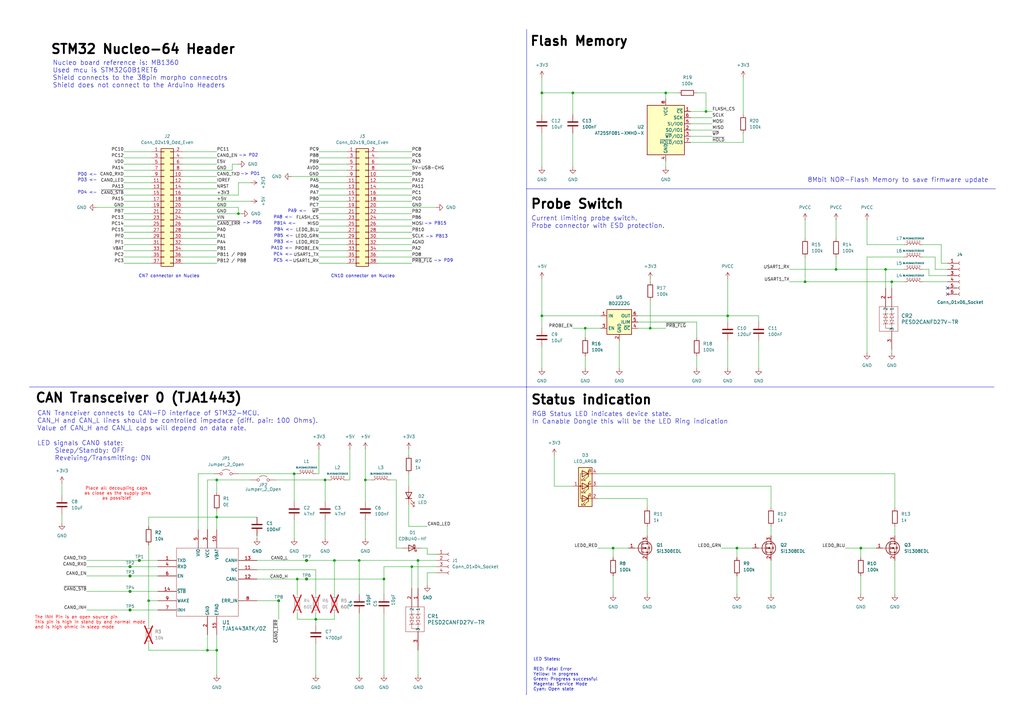
<source format=kicad_sch>
(kicad_sch (version 20231120) (generator "eeschema") (generator_version "8.0")
  (paper "A3")
  (title_block (title "CANShield") (date "2024-06-20") (rev "a") (comment 1 "MootSeeker 2024"))
  (junction (at 273.05 38.1))
  (junction (at 266.7 134.62))
  (junction (at 88.9 212.09))
  (junction (at 289.56 45.72))
  (junction (at 240.03 134.62))
  (junction (at 149.86 196.85))
  (junction (at 88.9 266.7))
  (junction (at 251.46 224.79))
  (junction (at 53.34 236.22))
  (junction (at 57.15 229.87))
  (junction (at 53.34 242.57))
  (junction (at 171.45 229.87))
  (junction (at 363.22 110.49))
  (junction (at 330.2 115.57))
  (junction (at 302.26 224.79))
  (junction (at 147.32 229.87))
  (junction (at 222.25 38.1))
  (junction (at 234.95 38.1))
  (junction (at 121.92 237.49))
  (junction (at 168.91 232.41))
  (junction (at 53.34 232.41))
  (junction (at 222.25 129.54))
  (junction (at 365.76 115.57))
  (junction (at 125.73 229.87))
  (junction (at 133.35 196.85))
  (junction (at 97.79 87.63))
  (junction (at 342.9 110.49))
  (junction (at 85.09 266.7))
  (junction (at 60.96 246.38))
  (junction (at 53.34 250.19))
  (junction (at 88.9 196.85))
  (junction (at 125.73 237.49))
  (junction (at 157.48 237.49))
  (junction (at 137.16 229.87))
  (junction (at 129.54 254))
  (junction (at 298.45 129.54))
  (junction (at 353.06 224.79))
  (junction (at 114.3 246.38))
  (junction (at 120.65 194.31))
  (no_connect (at 388.62 120.65))
  (no_connect (at 388.62 118.11))
  (wire (pts (xy 316.23 215.9) (xy 316.23 219.71)))
  (wire (pts (xy 266.7 134.62) (xy 273.05 134.62)))
  (wire (pts (xy 365.76 115.57) (xy 370.84 115.57)))
  (wire (pts (xy 353.06 243.84) (xy 353.06 236.22)))
  (wire (pts (xy 95.25 67.31) (xy 97.79 67.31)))
  (wire (pts (xy 234.95 134.62) (xy 240.03 134.62)))
  (wire (pts (xy 88.9 209.55) (xy 88.9 212.09)))
  (wire (pts (xy 57.15 229.87) (xy 64.77 229.87)))
  (wire (pts (xy 74.93 77.47) (xy 88.9 77.47)))
  (wire (pts (xy 381 110.49) (xy 378.46 110.49)))
  (wire (pts (xy 240.03 134.62) (xy 246.38 134.62)))
  (wire (pts (xy 50.8 64.77) (xy 62.23 64.77)))
  (wire (pts (xy 88.9 266.7) (xy 88.9 276.86)))
  (wire (pts (xy 265.43 215.9) (xy 265.43 219.71)))
  (wire (pts (xy 147.32 229.87) (xy 171.45 229.87)))
  (wire (pts (xy 50.8 107.95) (xy 62.23 107.95)))
  (wire (pts (xy 85.09 260.35) (xy 85.09 266.7)))
  (wire (pts (xy 283.21 50.8) (xy 292.1 50.8)))
  (wire (pts (xy 302.26 243.84) (xy 302.26 236.22)))
  (wire (pts (xy 81.28 194.31) (xy 87.63 194.31)))
  (wire (pts (xy 283.21 53.34) (xy 292.1 53.34)))
  (wire (pts (xy 298.45 139.7) (xy 298.45 151.13)))
  (wire (pts (xy 85.09 266.7) (xy 88.9 266.7)))
  (wire (pts (xy 50.8 74.93) (xy 62.23 74.93)))
  (wire (pts (xy 53.34 232.41) (xy 64.77 232.41)))
  (wire (pts (xy 222.25 129.54) (xy 222.25 134.62)))
  (wire (pts (xy 53.34 236.22) (xy 64.77 236.22)))
  (wire (pts (xy 50.8 87.63) (xy 62.23 87.63)))
  (wire (pts (xy 130.81 97.79) (xy 142.24 97.79)))
  (wire (pts (xy 265.43 243.84) (xy 265.43 229.87)))
  (wire (pts (xy 157.48 237.49) (xy 157.48 232.41)))
  (wire (pts (xy 154.94 95.25) (xy 168.91 95.25)))
  (wire (pts (xy 130.81 102.87) (xy 142.24 102.87)))
  (wire (pts (xy 316.23 199.39) (xy 316.23 208.28)))
  (polyline (pts (xy 215.9561 158.7162) (xy 215.9756 11.9879)))
  (wire (pts (xy 130.81 80.01) (xy 142.24 80.01)))
  (wire (pts (xy 222.25 31.75) (xy 222.25 38.1)))
  (wire (pts (xy 383.54 105.41) (xy 378.46 105.41)))
  (wire (pts (xy 168.91 232.41) (xy 179.07 232.41)))
  (polyline (pts (xy 215.9561 158.7162) (xy 407.7261 158.7162)))
  (wire (pts (xy 383.54 110.49) (xy 383.54 105.41)))
  (wire (pts (xy 311.15 129.54) (xy 298.45 129.54)))
  (wire (pts (xy 157.48 237.49) (xy 157.48 243.84)))
  (wire (pts (xy 353.06 224.79) (xy 353.06 228.6)))
  (wire (pts (xy 120.65 220.98) (xy 120.65 213.36)))
  (wire (pts (xy 355.6 105.41) (xy 370.84 105.41)))
  (wire (pts (xy 363.22 118.11) (xy 363.22 110.49)))
  (wire (pts (xy 74.93 72.39) (xy 88.9 72.39)))
  (wire (pts (xy 95.25 67.31) (xy 95.25 69.85)))
  (wire (pts (xy 130.81 67.31) (xy 142.24 67.31)))
  (polyline (pts (xy 408.1455 77.47) (xy 408.1455 77.5814)))
  (wire (pts (xy 261.62 129.54) (xy 298.45 129.54)))
  (wire (pts (xy 273.05 68.58) (xy 273.05 66.04)))
  (wire (pts (xy 342.9 105.41) (xy 342.9 110.49)))
  (wire (pts (xy 50.8 82.55) (xy 62.23 82.55)))
  (wire (pts (xy 130.81 92.71) (xy 142.24 92.71)))
  (wire (pts (xy 167.64 215.9) (xy 175.26 215.9)))
  (wire (pts (xy 171.45 241.3) (xy 171.45 229.87)))
  (wire (pts (xy 60.96 246.38) (xy 60.96 256.54)))
  (wire (pts (xy 85.09 217.17) (xy 85.09 196.85)))
  (wire (pts (xy 50.8 90.17) (xy 62.23 90.17)))
  (wire (pts (xy 121.92 237.49) (xy 121.92 243.84)))
  (wire (pts (xy 154.94 77.47) (xy 168.91 77.47)))
  (wire (pts (xy 367.03 243.84) (xy 367.03 229.87)))
  (wire (pts (xy 222.25 38.1) (xy 234.95 38.1)))
  (wire (pts (xy 97.79 74.93) (xy 102.87 74.93)))
  (polyline (pts (xy 215.9523 158.7182) (xy 215.9523 284.48)))
  (wire (pts (xy 74.93 95.25) (xy 88.9 95.25)))
  (wire (pts (xy 105.41 220.98) (xy 105.41 219.71)))
  (wire (pts (xy 130.81 87.63) (xy 142.24 87.63)))
  (wire (pts (xy 53.34 242.57) (xy 64.77 242.57)))
  (wire (pts (xy 266.7 123.19) (xy 266.7 134.62)))
  (wire (pts (xy 60.96 246.38) (xy 64.77 246.38)))
  (wire (pts (xy 74.93 62.23) (xy 88.9 62.23)))
  (wire (pts (xy 74.93 80.01) (xy 97.79 80.01)))
  (wire (pts (xy 311.15 139.7) (xy 311.15 151.13)))
  (wire (pts (xy 154.94 62.23) (xy 168.91 62.23)))
  (wire (pts (xy 154.94 102.87) (xy 168.91 102.87)))
  (wire (pts (xy 234.95 38.1) (xy 234.95 46.99)))
  (wire (pts (xy 342.9 90.17) (xy 342.9 97.79)))
  (wire (pts (xy 121.92 194.31) (xy 120.65 194.31)))
  (wire (pts (xy 154.94 97.79) (xy 168.91 97.79)))
  (wire (pts (xy 154.94 72.39) (xy 168.91 72.39)))
  (wire (pts (xy 74.93 92.71) (xy 88.9 92.71)))
  (wire (pts (xy 119.38 72.39) (xy 142.24 72.39)))
  (wire (pts (xy 50.8 95.25) (xy 62.23 95.25)))
  (polyline (pts (xy 215.9 284.48) (xy 215.9 284.9552)))
  (wire (pts (xy 113.03 196.85) (xy 133.35 196.85)))
  (wire (pts (xy 355.6 144.78) (xy 355.6 105.41)))
  (polyline (pts (xy 215.8895 284.9552) (xy 215.9 284.9552)))
  (wire (pts (xy 130.81 74.93) (xy 142.24 74.93)))
  (wire (pts (xy 121.92 251.46) (xy 121.92 254)))
  (wire (pts (xy 35.56 232.41) (xy 53.34 232.41)))
  (wire (pts (xy 154.94 100.33) (xy 168.91 100.33)))
  (wire (pts (xy 289.56 45.72) (xy 292.1 45.72)))
  (wire (pts (xy 222.25 54.61) (xy 222.25 68.58)))
  (wire (pts (xy 378.46 115.57) (xy 388.62 115.57)))
  (wire (pts (xy 50.8 105.41) (xy 62.23 105.41)))
  (wire (pts (xy 175.26 234.95) (xy 179.07 234.95)))
  (wire (pts (xy 330.2 90.17) (xy 330.2 97.79)))
  (wire (pts (xy 120.65 194.31) (xy 120.65 205.74)))
  (wire (pts (xy 121.92 237.49) (xy 125.73 237.49)))
  (wire (pts (xy 88.9 217.17) (xy 88.9 212.09)))
  (wire (pts (xy 154.94 107.95) (xy 168.91 107.95)))
  (wire (pts (xy 245.11 194.31) (xy 367.03 194.31)))
  (wire (pts (xy 130.81 77.47) (xy 142.24 77.47)))
  (wire (pts (xy 97.79 85.09) (xy 97.79 87.63)))
  (wire (pts (xy 157.48 232.41) (xy 168.91 232.41)))
  (wire (pts (xy 154.94 67.31) (xy 168.91 67.31)))
  (wire (pts (xy 88.9 196.85) (xy 88.9 201.93)))
  (wire (pts (xy 149.86 220.98) (xy 149.86 213.36)))
  (wire (pts (xy 130.81 85.09) (xy 142.24 85.09)))
  (wire (pts (xy 261.62 132.08) (xy 285.75 132.08)))
  (wire (pts (xy 234.95 38.1) (xy 273.05 38.1)))
  (wire (pts (xy 60.96 264.16) (xy 60.96 266.7)))
  (wire (pts (xy 130.81 105.41) (xy 142.24 105.41)))
  (wire (pts (xy 162.56 196.85) (xy 160.02 196.85)))
  (wire (pts (xy 168.91 232.41) (xy 168.91 241.3)))
  (wire (pts (xy 50.8 62.23) (xy 62.23 62.23)))
  (wire (pts (xy 129.54 256.54) (xy 129.54 254)))
  (wire (pts (xy 154.94 74.93) (xy 168.91 74.93)))
  (wire (pts (xy 129.54 254) (xy 137.16 254)))
  (wire (pts (xy 175.26 234.95) (xy 175.26 240.03)))
  (wire (pts (xy 289.56 38.1) (xy 289.56 45.72)))
  (wire (pts (xy 130.81 69.85) (xy 142.24 69.85)))
  (wire (pts (xy 386.08 100.33) (xy 378.46 100.33)))
  (wire (pts (xy 273.05 38.1) (xy 278.13 38.1)))
  (wire (pts (xy 298.45 114.3) (xy 298.45 129.54)))
  (wire (pts (xy 74.93 87.63) (xy 97.79 87.63)))
  (wire (pts (xy 311.15 132.08) (xy 311.15 129.54)))
  (wire (pts (xy 50.8 102.87) (xy 62.23 102.87)))
  (wire (pts (xy 346.71 224.79) (xy 353.06 224.79)))
  (wire (pts (xy 39.37 85.09) (xy 62.23 85.09)))
  (wire (pts (xy 50.8 77.47) (xy 62.23 77.47)))
  (wire (pts (xy 114.3 246.38) (xy 114.3 254)))
  (wire (pts (xy 35.56 236.22) (xy 53.34 236.22)))
  (wire (pts (xy 365.76 144.78) (xy 365.76 143.51)))
  (wire (pts (xy 171.45 229.87) (xy 179.07 229.87)))
  (wire (pts (xy 50.8 72.39) (xy 62.23 72.39)))
  (wire (pts (xy 175.26 227.33) (xy 179.07 227.33)))
  (wire (pts (xy 240.03 151.13) (xy 240.03 146.05)))
  (wire (pts (xy 60.96 212.09) (xy 88.9 212.09)))
  (wire (pts (xy 222.25 38.1) (xy 222.25 46.99)))
  (polyline (pts (xy 12.0397 158.7182) (xy 215.9523 158.7182)))
  (polyline (pts (xy 215.9 77.47) (xy 408.1455 77.47)))
  (wire (pts (xy 50.8 97.79) (xy 62.23 97.79)))
  (wire (pts (xy 283.21 58.42) (xy 304.8 58.42)))
  (wire (pts (xy 88.9 212.09) (xy 105.41 212.09)))
  (wire (pts (xy 283.21 48.26) (xy 292.1 48.26)))
  (wire (pts (xy 60.96 215.9) (xy 60.96 212.09)))
  (wire (pts (xy 273.05 38.1) (xy 273.05 40.64)))
  (wire (pts (xy 388.62 110.49) (xy 383.54 110.49)))
  (wire (pts (xy 147.32 229.87) (xy 147.32 243.84)))
  (wire (pts (xy 88.9 260.35) (xy 88.9 266.7)))
  (wire (pts (xy 388.62 113.03) (xy 381 113.03)))
  (wire (pts (xy 342.9 110.49) (xy 363.22 110.49)))
  (wire (pts (xy 154.94 80.01) (xy 168.91 80.01)))
  (wire (pts (xy 74.93 107.95) (xy 88.9 107.95)))
  (wire (pts (xy 97.79 87.63) (xy 99.06 87.63)))
  (wire (pts (xy 74.93 82.55) (xy 102.87 82.55)))
  (wire (pts (xy 367.03 194.31) (xy 367.03 208.28)))
  (wire (pts (xy 222.25 114.3) (xy 222.25 129.54)))
  (wire (pts (xy 154.94 85.09) (xy 179.07 85.09)))
  (wire (pts (xy 245.11 204.47) (xy 265.43 204.47)))
  (wire (pts (xy 97.79 74.93) (xy 97.79 80.01)))
  (wire (pts (xy 162.56 224.79) (xy 162.56 196.85)))
  (wire (pts (xy 222.25 151.13) (xy 222.25 142.24)))
  (wire (pts (xy 227.33 186.69) (xy 227.33 199.39)))
  (wire (pts (xy 53.34 250.19) (xy 64.77 250.19)))
  (wire (pts (xy 35.56 250.19) (xy 53.34 250.19)))
  (wire (pts (xy 97.79 194.31) (xy 120.65 194.31)))
  (wire (pts (xy 74.93 105.41) (xy 88.9 105.41)))
  (wire (pts (xy 388.62 107.95) (xy 386.08 107.95)))
  (wire (pts (xy 302.26 224.79) (xy 302.26 228.6)))
  (wire (pts (xy 316.23 243.84) (xy 316.23 229.87)))
  (wire (pts (xy 234.95 199.39) (xy 227.33 199.39)))
  (wire (pts (xy 175.26 224.79) (xy 175.26 227.33)))
  (wire (pts (xy 105.41 229.87) (xy 125.73 229.87)))
  (wire (pts (xy 167.64 207.01) (xy 167.64 215.9)))
  (wire (pts (xy 130.81 194.31) (xy 129.54 194.31)))
  (wire (pts (xy 302.26 224.79) (xy 308.61 224.79)))
  (wire (pts (xy 143.51 184.15) (xy 143.51 196.85)))
  (wire (pts (xy 147.32 251.46) (xy 147.32 276.86)))
  (wire (pts (xy 304.8 31.75) (xy 304.8 46.99)))
  (wire (pts (xy 105.41 237.49) (xy 121.92 237.49)))
  (wire (pts (xy 245.11 224.79) (xy 251.46 224.79)))
  (wire (pts (xy 381 113.03) (xy 381 110.49)))
  (wire (pts (xy 74.93 97.79) (xy 88.9 97.79)))
  (wire (pts (xy 261.62 134.62) (xy 266.7 134.62)))
  (wire (pts (xy 149.86 184.15) (xy 149.86 196.85)))
  (wire (pts (xy 295.91 224.79) (xy 302.26 224.79)))
  (wire (pts (xy 137.16 251.46) (xy 137.16 254)))
  (wire (pts (xy 285.75 38.1) (xy 289.56 38.1)))
  (wire (pts (xy 74.93 102.87) (xy 88.9 102.87)))
  (wire (pts (xy 74.93 67.31) (xy 88.9 67.31)))
  (wire (pts (xy 134.62 196.85) (xy 133.35 196.85)))
  (wire (pts (xy 105.41 233.68) (xy 129.54 233.68)))
  (wire (pts (xy 154.94 64.77) (xy 168.91 64.77)))
  (wire (pts (xy 35.56 229.87) (xy 57.15 229.87)))
  (wire (pts (xy 171.45 266.7) (xy 171.45 276.86)))
  (wire (pts (xy 222.25 129.54) (xy 246.38 129.54)))
  (wire (pts (xy 50.8 100.33) (xy 62.23 100.33)))
  (wire (pts (xy 130.81 184.15) (xy 130.81 194.31)))
  (wire (pts (xy 154.94 87.63) (xy 168.91 87.63)))
  (wire (pts (xy 137.16 229.87) (xy 137.16 243.84)))
  (wire (pts (xy 265.43 204.47) (xy 265.43 208.28)))
  (wire (pts (xy 60.96 223.52) (xy 60.96 246.38)))
  (wire (pts (xy 266.7 114.3) (xy 266.7 115.57)))
  (wire (pts (xy 25.4 214.63) (xy 25.4 210.82)))
  (wire (pts (xy 355.6 90.17) (xy 355.6 100.33)))
  (wire (pts (xy 365.76 118.11) (xy 365.76 115.57)))
  (wire (pts (xy 137.16 229.87) (xy 147.32 229.87)))
  (wire (pts (xy 149.86 196.85) (xy 152.4 196.85)))
  (wire (pts (xy 149.86 196.85) (xy 149.86 205.74)))
  (wire (pts (xy 130.81 107.95) (xy 142.24 107.95)))
  (wire (pts (xy 81.28 217.17) (xy 81.28 194.31)))
  (wire (pts (xy 121.92 254) (xy 129.54 254)))
  (wire (pts (xy 130.81 64.77) (xy 142.24 64.77)))
  (wire (pts (xy 130.81 100.33) (xy 142.24 100.33)))
  (wire (pts (xy 251.46 224.79) (xy 257.81 224.79)))
  (wire (pts (xy 154.94 105.41) (xy 168.91 105.41)))
  (wire (pts (xy 74.93 85.09) (xy 97.79 85.09)))
  (wire (pts (xy 74.93 100.33) (xy 88.9 100.33)))
  (wire (pts (xy 283.21 45.72) (xy 289.56 45.72)))
  (wire (pts (xy 130.81 95.25) (xy 142.24 95.25)))
  (wire (pts (xy 74.93 74.93) (xy 88.9 74.93)))
  (wire (pts (xy 154.94 92.71) (xy 168.91 92.71)))
  (wire (pts (xy 60.96 266.7) (xy 85.09 266.7)))
  (wire (pts (xy 285.75 151.13) (xy 285.75 146.05)))
  (wire (pts (xy 125.73 229.87) (xy 137.16 229.87)))
  (wire (pts (xy 143.51 196.85) (xy 142.24 196.85)))
  (wire (pts (xy 133.35 196.85) (xy 133.35 205.74)))
  (wire (pts (xy 130.81 82.55) (xy 142.24 82.55)))
  (wire (pts (xy 133.35 220.98) (xy 133.35 213.36)))
  (wire (pts (xy 323.85 115.57) (xy 330.2 115.57)))
  (wire (pts (xy 129.54 264.16) (xy 129.54 276.86)))
  (wire (pts (xy 50.8 67.31) (xy 62.23 67.31)))
  (wire (pts (xy 251.46 243.84) (xy 251.46 236.22)))
  (wire (pts (xy 74.93 69.85) (xy 95.25 69.85)))
  (wire (pts (xy 50.8 80.01) (xy 62.23 80.01)))
  (wire (pts (xy 105.41 246.38) (xy 114.3 246.38)))
  (wire (pts (xy 298.45 129.54) (xy 298.45 132.08)))
  (wire (pts (xy 167.64 184.15) (xy 167.64 186.69)))
  (wire (pts (xy 154.94 82.55) (xy 168.91 82.55)))
  (wire (pts (xy 165.1 224.79) (xy 162.56 224.79)))
  (wire (pts (xy 74.93 64.77) (xy 88.9 64.77)))
  (wire (pts (xy 50.8 92.71) (xy 62.23 92.71)))
  (wire (pts (xy 157.48 251.46) (xy 157.48 276.86)))
  (wire (pts (xy 330.2 105.41) (xy 330.2 115.57)))
  (wire (pts (xy 50.8 69.85) (xy 62.23 69.85)))
  (wire (pts (xy 167.64 194.31) (xy 167.64 199.39)))
  (wire (pts (xy 367.03 215.9) (xy 367.03 219.71)))
  (wire (pts (xy 386.08 107.95) (xy 386.08 100.33)))
  (wire (pts (xy 363.22 110.49) (xy 370.84 110.49)))
  (wire (pts (xy 125.73 237.49) (xy 157.48 237.49)))
  (wire (pts (xy 323.85 110.49) (xy 342.9 110.49)))
  (wire (pts (xy 254 151.13) (xy 254 139.7)))
  (wire (pts (xy 285.75 132.08) (xy 285.75 138.43)))
  (wire (pts (xy 245.11 199.39) (xy 316.23 199.39)))
  (wire (pts (xy 35.56 242.57) (xy 53.34 242.57)))
  (wire (pts (xy 129.54 243.84) (xy 129.54 233.68)))
  (wire (pts (xy 304.8 54.61) (xy 304.8 58.42)))
  (wire (pts (xy 88.9 196.85) (xy 102.87 196.85)))
  (wire (pts (xy 130.81 90.17) (xy 142.24 90.17)))
  (wire (pts (xy 25.4 198.12) (xy 25.4 203.2)))
  (wire (pts (xy 353.06 224.79) (xy 359.41 224.79)))
  (wire (pts (xy 283.21 55.88) (xy 292.1 55.88)))
  (wire (pts (xy 330.2 115.57) (xy 365.76 115.57)))
  (wire (pts (xy 154.94 90.17) (xy 168.91 90.17)))
  (wire (pts (xy 172.72 224.79) (xy 175.26 224.79)))
  (wire (pts (xy 234.95 54.61) (xy 234.95 68.58)))
  (wire (pts (xy 85.09 196.85) (xy 88.9 196.85)))
  (wire (pts (xy 240.03 134.62) (xy 240.03 138.43)))
  (wire (pts (xy 129.54 254) (xy 129.54 251.46)))
  (wire (pts (xy 355.6 100.33) (xy 370.84 100.33)))
  (wire (pts (xy 74.93 90.17) (xy 88.9 90.17)))
  (wire (pts (xy 130.81 62.23) (xy 142.24 62.23)))
  (wire (pts (xy 251.46 224.79) (xy 251.46 228.6)))
  (wire (pts (xy 154.94 69.85) (xy 168.91 69.85)))
  (text "CAN Transceiver 0 (TJA1443)" (at 56.896 163.322 0) (effects (font (size 3.81 3.81) (thickness 0.762) (bold yes))))
  (text "CN7 connector on Nucleo" (at 69.342 113.284 0) (effects (font (size 1.27 1.27))))
  (text "PD4 <-" (at 35.814 78.994 0) (effects (font (size 1.27 1.27))))
  (text "RGB Status LED indicates device state. \nIn Canable Dongle this will be the LED Ring indication" (at 218.186 171.45 0) (effects (font (size 1.905 1.905)) (justify left)))
  (text "-> PD1" (at 102.616 71.374 0) (effects (font (size 1.27 1.27))))
  (text "PB5 <-" (at 116.332 96.774 0) (effects (font (size 1.27 1.27))))
  (text "PA9 <-" (at 121.92 86.614 0) (effects (font (size 1.27 1.27))))
  (text "PB4 <-" (at 116.332 94.234 0) (effects (font (size 1.27 1.27))))
  (text "The INH Pin is an open source pin\nThis pin is high in stand by and normal mode\nand is high ohmic in sleep mode" (at 14.224 255.27 0) (effects (font (size 1.27 1.27)) (justify left)))
  (text "PC5 <-" (at 116.078 106.934 0) (effects (font (size 1.27 1.27))))
  (text "STM32 Nucleo-64 Header\n" (at 58.674 20.32 0) (effects (font (size 3.81 3.81) (thickness 0.762) (bold yes))))
  (text "Nucleo board reference is: MB1360\nUsed mcu is STM32G0B1RET6\nShield connects to the 38pin morpho connecotrs \nShield does not connect to the Arduino Headers" (at 21.59 30.48 0) (effects (font (size 1.905 1.905)) (justify left)))
  (text "Place all decoupling caps \nas close as the supply pins\nas possible! " (at 48.26 202.438 0) (effects (font (size 1.27 1.27))))
  (text "Status indication" (at 242.57 164.084 0) (effects (font (size 3.81 3.81) (thickness 0.762) (bold yes))))
  (text "PB3 <-" (at 116.332 99.314 0) (effects (font (size 1.27 1.27))))
  (text "Probe Switch" (at 236.728 83.82 0) (effects (font (size 3.81 3.81) (thickness 0.762) (bold yes))))
  (text "CN10 connector on Nucleo" (at 148.844 113.284 0) (effects (font (size 1.27 1.27))))
  (text "PA8 <-" (at 116.078 89.154 0) (effects (font (size 1.27 1.27))))
  (text "-> PB15" (at 178.562 91.694 0) (effects (font (size 1.27 1.27))))
  (text "CAN Tranceiver connects to CAN-FD interface of STM32-MCU. \nCAN_H and CAN_L lines should be controlled impedace (diff. pair: 100 Ohms).\nValue of CAN_H and CAN_L caps will depend on data rate.\n\nLED signals CAN0 state: \n	Sleep/Standby: OFF\n	Reveiving/Transmitting: ON " (at 15.24 178.816 0) (effects (font (size 1.905 1.905)) (justify left)))
  (text "-> PD9" (at 181.864 106.934 0) (effects (font (size 1.27 1.27))))
  (text "-> PD5" (at 103.378 91.44 0) (effects (font (size 1.27 1.27))))
  (text "8Mbit NOR-Flash Memory to save firmware update\n\n" (at 331.216 75.438 0) (effects (font (size 1.905 1.905)) (justify left)))
  (text "Current limiting probe switch.\nProbe connector with ESD protection." (at 217.932 91.186 0) (effects (font (size 1.905 1.905)) (justify left)))
  (text "PD0 <-" (at 35.814 71.628 0) (effects (font (size 1.27 1.27))))
  (text "PB14 <-" (at 116.84 91.694 0) (effects (font (size 1.27 1.27))))
  (text "-> PB13" (at 179.07 97.028 0) (effects (font (size 1.27 1.27))))
  (text "PC4 <-" (at 116.078 104.394 0) (effects (font (size 1.27 1.27))))
  (text "Flash Memory" (at 237.49 17.018 0) (effects (font (size 3.81 3.81) (thickness 0.762) (bold yes))))
  (text "LED States: \n\nRED: Fatal Error\nYellow: In progress\nGreen: Progress successful\nMagenta: Service Mode\nCyan: Open state\n " (at 218.694 277.622 0) (effects (font (size 1.27 1.27)) (justify left)))
  (text "-> PD2" (at 101.854 63.754 0) (effects (font (size 1.27 1.27))))
  (text "PD3 <-" (at 35.814 73.914 0) (effects (font (size 1.27 1.27))))
  (text "PA10 <-" (at 115.57 101.854 0) (effects (font (size 1.27 1.27))))
  (label "~{PRB_FLG}" (at 168.91 107.95 0))
  (label "PB9" (at 130.81 67.31 180))
  (label "~{PRB_FLG}" (at 273.05 134.62 0))
  (label "GND" (at 88.9 69.85 0))
  (label "USART1_RX" (at 323.85 110.49 180))
  (label "~{CAN0_STB}" (at 50.8 80.01 180))
  (label "CAN0_L" (at 118.11 229.87 180))
  (label "PB7" (at 50.8 87.63 180))
  (label "PROBE_EN" (at 234.95 134.62 180))
  (label "GND" (at 50.8 85.09 180))
  (label "PA6" (at 130.81 77.47 180))
  (label "PA11" (at 168.91 77.47 0))
  (label "PC8" (at 168.91 62.23 0))
  (label "CAN0_EN" (at 88.9 64.77 0))
  (label "PC9" (at 130.81 62.23 180))
  (label "PC1" (at 168.91 80.01 0))
  (label "PC2" (at 50.8 105.41 180))
  (label "GND" (at 130.81 72.39 180))
  (label "CAN0_TXD" (at 88.9 72.39 0))
  (label "PC3" (at 50.8 107.95 180))
  (label "~{CAN0_ERR}" (at 114.3 254 270))
  (label "USART1_TX" (at 130.81 105.41 180))
  (label "PC7" (at 130.81 85.09 180))
  (label "PA7" (at 130.81 80.01 180))
  (label "MOSI" (at 168.91 92.71 0))
  (label "PC10" (at 50.8 62.23 180))
  (label "PC13" (at 50.8 90.17 180))
  (label "PD8" (at 168.91 105.41 0))
  (label "PB1" (at 88.9 102.87 0))
  (label "FLASH_CS" (at 130.81 90.17 180))
  (label "5V-USB-CHG" (at 168.91 69.85 0))
  (label "CAN0_INH" (at 35.56 250.19 180))
  (label "PA15" (at 50.8 82.55 180))
  (label "LED0_BLU" (at 130.81 95.25 180))
  (label "PB11 {slash} PB9" (at 88.9 105.41 0))
  (label "GND" (at 88.9 85.09 0))
  (label "PA12" (at 168.91 74.93 0))
  (label "AGND" (at 168.91 100.33 0))
  (label "MISO" (at 130.81 92.71 180))
  (label "CAN0_EN" (at 35.56 236.22 180))
  (label "~{CAN0_STB}" (at 35.56 242.57 180))
  (label "PB6" (at 168.91 90.17 0))
  (label "PC12" (at 50.8 64.77 180))
  (label "PD6" (at 168.91 72.39 0))
  (label "PA4" (at 88.9 100.33 0))
  (label "MOSI" (at 292.1 50.8 0))
  (label "CAN0_RXD" (at 50.8 72.39 180))
  (label "PB10" (at 168.91 95.25 0))
  (label "PA13" (at 50.8 77.47 180))
  (label "PROBE_EN" (at 130.81 102.87 180))
  (label "~{WP}" (at 130.81 87.63 180))
  (label "+5V" (at 88.9 82.55 0))
  (label "CAN0_TXD" (at 35.56 229.87 180))
  (label "LED0_RED" (at 245.11 224.79 180))
  (label "PA0" (at 88.9 95.25 0))
  (label "PA2" (at 168.91 102.87 0))
  (label "PB8" (at 130.81 64.77 180))
  (label "IOREF" (at 88.9 74.93 0))
  (label "USART1_RX" (at 130.81 107.95 180))
  (label "GND" (at 88.9 87.63 0))
  (label "~{CAN0_ERR}" (at 88.9 92.71 0))
  (label "PC6" (at 168.91 64.77 0))
  (label "SCLK" (at 292.1 48.26 0))
  (label "PA3" (at 168.91 67.31 0))
  (label "CAN0_RXD" (at 35.56 232.41 180))
  (label "E5V" (at 88.9 67.31 0))
  (label "USART1_TX" (at 323.85 115.57 180))
  (label "FLASH_CS" (at 292.1 45.72 0))
  (label "~{HOLD}" (at 292.1 58.42 0))
  (label "PC11" (at 88.9 62.23 0))
  (label "PB0" (at 130.81 82.55 180))
  (label "LED0_RED" (at 130.81 100.33 180))
  (label "CAN0_LED" (at 50.8 74.93 180))
  (label "+3V3" (at 88.9 80.01 0))
  (label "CAN0_LED" (at 175.26 215.9 0))
  (label "PB12 {slash} PB8" (at 88.9 107.95 0))
  (label "AVDD" (at 130.81 69.85 180))
  (label "LED0_GRN" (at 130.81 97.79 180))
  (label "PC14" (at 50.8 92.71 180))
  (label "PF0" (at 50.8 97.79 180))
  (label "PB2" (at 168.91 87.63 0))
  (label "~{WP}" (at 292.1 55.88 0))
  (label "PF1" (at 50.8 100.33 180))
  (label "VDD" (at 50.8 67.31 180))
  (label "LED0_BLU" (at 346.71 224.79 180))
  (label "PA14" (at 50.8 69.85 180))
  (label "PC0" (at 168.91 82.55 0))
  (label "PA1" (at 88.9 97.79 0))
  (label "GND" (at 168.91 85.09 0))
  (label "NRST" (at 88.9 77.47 0))
  (label "CAN0_H" (at 118.11 237.49 180))
  (label "PC15" (at 50.8 95.25 180))
  (label "VBAT" (at 50.8 102.87 180))
  (label "SCLK" (at 168.91 97.79 0))
  (label "PA5" (at 130.81 74.93 180))
  (label "VIN" (at 88.9 90.17 0))
  (label "LED0_GRN" (at 295.91 224.79 180))
  (label "MISO" (at 292.1 53.34 0))
  (symbol (lib_id "TJA1443ATK:TJA1443ATK_0Z") (at 64.77 229.87 0) (unit 1)
    (property "Reference" "U1" (at 91.0941 255.27 0) (effects (font (size 1.524 1.524)) (justify left)))
    (property "Value" "TJA1443ATK/0Z" (at 91.0941 257.81 0) (effects (font (size 1.524 1.524)) (justify left)))
    (property "Footprint" "HVSON14_SOT1086-2_NXP" (effects (hide yes)))
    (property "Datasheet" "TJA1443ATK/0Z" (effects (hide yes)))
  )
  (symbol (lib_id "Device:C") (at 298.45 135.89 0) (unit 1)
    (property "Reference" "C10" (at 302.26 134.6199 0) (effects (justify left)))
    (property "Value" "120uF" (at 302.26 137.1599 0) (effects (justify left)))
    (property "Description" "Unpolarized capacitor" (effects (hide yes)))
  )
  (symbol (lib_id "Device:C") (at 25.4 207.01 0) (unit 1)
    (property "Reference" "C8" (at 29.21 205.7399 0) (effects (justify left)))
    (property "Value" "10uF" (at 29.21 208.2799 0) (effects (justify left)))
    (property "Description" "Unpolarized capacitor" (effects (hide yes)))
  )
  (symbol (lib_id "PESD2CANFD27V:PESD2CANFD27V-TR") (at 365.76 118.11 270) (unit 1)
    (property "Reference" "CR2" (at 369.57 129.5399 90) (effects (font (size 1.524 1.524)) (justify left)))
    (property "Value" "PESD2CANFD27V-TR" (at 369.57 132.0799 90) (effects (font (size 1.524 1.524)) (justify left)))
    (property "Footprint" "SOT23_PESD2_NEX" (effects (hide yes)))
    (property "Datasheet" "PESD2CANFD27V-TR" (effects (hide yes)))
  )
  (symbol (lib_id "power:GND") (at 105.41 220.98 0) (unit 1)
    (property "Reference" "#PWR04" (effects (hide yes)))
    (property "Value" "GND" (at 105.41 226.06 0))
    (property "Description" "Power symbol creates a global label with name \"GND\" , ground" (effects (hide yes)))
  )
  (symbol (lib_id "Connector:TestPoint_Small") (at 125.73 229.87 0) (unit 1)
    (property "Reference" "TP7" (at 123.952 228.346 0) (effects (justify left)))
    (property "Value" "TestPoint_Small" (effects (hide yes)))
    (property "Description" "test point" (effects (hide yes)))
  )
  (symbol (lib_id "Device:R") (at 342.9 101.6 0) (unit 1)
    (property "Reference" "R14" (at 345.44 100.3299 0) (effects (justify left)))
    (property "Value" "100k" (at 345.44 102.8699 0) (effects (justify left)))
    (property "Description" "Resistor" (effects (hide yes)))
  )
  (symbol (lib_id "power:+5V") (at 222.25 31.75 0) (unit 1)
    (property "Reference" "#PWR047" (effects (hide yes)))
    (property "Value" "+3V3" (at 222.25 26.67 0))
    (property "Description" "Power symbol creates a global label with name \"+5V\"" (effects (hide yes)))
  )
  (symbol (lib_id "Device:R") (at 251.46 232.41 0) (unit 1)
    (property "Reference" "R8" (at 254 231.1399 0) (effects (justify left)))
    (property "Value" "100k" (at 254 233.6799 0) (effects (justify left)))
    (property "Description" "Resistor" (effects (hide yes)))
  )
  (symbol (lib_id "power:GND") (at 251.46 243.84 0) (unit 1)
    (property "Reference" "#PWR017" (effects (hide yes)))
    (property "Value" "GND" (at 251.46 248.92 0))
    (property "Description" "Power symbol creates a global label with name \"GND\" , ground" (effects (hide yes)))
  )
  (symbol (lib_id "Device:C") (at 147.32 247.65 0) (unit 1)
    (property "Reference" "C4" (at 143.764 248.92 90) (effects (justify left)))
    (property "Value" "10pF" (at 151.13 248.412 90) (effects (justify left)))
    (property "Description" "Unpolarized capacitor" (effects (hide yes)))
  )
  (symbol (lib_id "Power_Management:BD2222G") (at 254 132.08 0) (unit 1)
    (property "Reference" "U5" (at 254 121.92 0))
    (property "Value" "BD2222G" (at 254 124.46 0))
    (property "Footprint" "Package_SO:TSOP-6_1.65x3.05mm_P0.95mm" (effects (hide yes)))
    (property "Datasheet" "https://fscdn.rohm.com/en/products/databook/datasheet/ic/power/power_switch/bd2242g-e.pdf" (effects (hide yes)))
    (property "Description" "Adjustable current limit high side switch IC, active-high enable, 2.8..5.5V, 0.2..1.7A, 89mOhm Ron, TSOP-6" (effects (hide yes)))
  )
  (symbol (lib_id "Device:R") (at 304.8 50.8 0) (unit 1)
    (property "Reference" "R20" (at 307.34 49.5299 0) (effects (justify left)))
    (property "Value" "100k" (at 307.34 52.0699 0) (effects (justify left)))
    (property "Description" "Resistor" (effects (hide yes)))
  )
  (symbol (lib_id "power:+5V") (at 102.87 82.55 270) (unit 1)
    (property "Reference" "#PWR039" (effects (hide yes)))
    (property "Value" "+5V" (at 107.95 82.55 0))
    (property "Description" "Power symbol creates a global label with name \"+5V\"" (effects (hide yes)))
  )
  (symbol (lib_id "Device:R") (at 240.03 142.24 0) (unit 1)
    (property "Reference" "R16" (at 242.57 140.9699 0) (effects (justify left)))
    (property "Value" "100k" (at 242.57 143.5099 0) (effects (justify left)))
    (property "Description" "Resistor" (effects (hide yes)))
  )
  (symbol (lib_id "power:GND") (at 298.45 151.13 0) (unit 1)
    (property "Reference" "#PWR029" (effects (hide yes)))
    (property "Value" "GND" (at 298.45 156.21 0))
    (property "Description" "Power symbol creates a global label with name \"GND\" , ground" (effects (hide yes)))
  )
  (symbol (lib_id "Device:C") (at 133.35 209.55 0) (unit 1)
    (property "Reference" "C3" (at 137.16 208.2799 0) (effects (justify left)))
    (property "Value" "47nF" (at 137.16 210.8199 0) (effects (justify left)))
    (property "Description" "Unpolarized capacitor" (effects (hide yes)))
  )
  (symbol (lib_id "Transistor_FET:Si1308EDL") (at 313.69 224.79 0) (unit 1)
    (property "Reference" "Q2" (at 320.04 223.5199 0) (effects (justify left)))
    (property "Value" "Si1308EDL" (at 320.04 226.0599 0) (effects (justify left)))
    (property "Footprint" "Package_TO_SOT_SMD:SOT-323_SC-70" (effects (hide yes)))
    (property "Datasheet" "https://www.vishay.com/docs/63399/si1308edl.pdf" (effects (hide yes)))
    (property "Description" "30V Vds, 1.4A Id, N-Channel MOSFET, SC-70" (effects (hide yes)))
  )
  (symbol (lib_id "power:GND") (at 353.06 243.84 0) (unit 1)
    (property "Reference" "#PWR022" (effects (hide yes)))
    (property "Value" "GND" (at 353.06 248.92 0))
    (property "Description" "Power symbol creates a global label with name \"GND\" , ground" (effects (hide yes)))
  )
  (symbol (lib_id "Device:R") (at 60.96 219.71 0) (unit 1)
    (property "Reference" "R2" (at 63.5 218.4399 0) (effects (justify left)))
    (property "Value" "10k" (at 63.5 220.9799 0) (effects (justify left)))
    (property "Description" "Resistor" (effects (hide yes)))
  )
  (symbol (lib_id "power:GND") (at 302.26 243.84 0) (unit 1)
    (property "Reference" "#PWR019" (effects (hide yes)))
    (property "Value" "GND" (at 302.26 248.92 0))
    (property "Description" "Power symbol creates a global label with name \"GND\" , ground" (effects (hide yes)))
  )
  (symbol (lib_id "power:+5V") (at 222.25 114.3 0) (unit 1)
    (property "Reference" "#PWR033" (effects (hide yes)))
    (property "Value" "+5V" (at 222.25 109.22 0))
    (property "Description" "Power symbol creates a global label with name \"+5V\"" (effects (hide yes)))
  )
  (symbol (lib_id "power:+5V") (at 130.81 184.15 0) (unit 1)
    (property "Reference" "#PWR03" (effects (hide yes)))
    (property "Value" "+3V3" (at 130.81 179.07 0))
    (property "Description" "Power symbol creates a global label with name \"+5V\"" (effects (hide yes)))
  )
  (symbol (lib_id "Connector:TestPoint_Small") (at 53.34 236.22 0) (unit 1)
    (property "Reference" "TP3" (at 51.562 234.696 0) (effects (justify left)))
    (property "Value" "TestPoint_Small" (effects (hide yes)))
    (property "Description" "test point" (effects (hide yes)))
  )
  (symbol (lib_id "Device:LED_ARGB") (at 240.03 199.39 180) (unit 1)
    (property "Reference" "D3" (at 240.03 186.69 0))
    (property "Value" "LED_ARGB" (at 240.03 189.23 0))
    (property "Description" "RGB LED, anode/red/green/blue" (effects (hide yes)))
  )
  (symbol (lib_id "power:GND") (at 240.03 151.13 0) (unit 1)
    (property "Reference" "#PWR034" (effects (hide yes)))
    (property "Value" "GND" (at 240.03 156.21 0))
    (property "Description" "Power symbol creates a global label with name \"GND\" , ground" (effects (hide yes)))
  )
  (symbol (lib_id "Device:C") (at 120.65 209.55 0) (unit 1)
    (property "Reference" "C2" (at 124.46 208.2799 0) (effects (justify left)))
    (property "Value" "47nF" (at 124.46 210.8199 0) (effects (justify left)))
    (property "Description" "Unpolarized capacitor" (effects (hide yes)))
  )
  (symbol (lib_id "Device:R") (at 137.16 247.65 0) (unit 1) (dnp yes)
    (property "Reference" "R5" (at 139.7 246.3799 0) (effects (justify left)))
    (property "Value" "60E" (at 139.7 248.9199 0) (effects (justify left)))
    (property "Description" "Resistor" (effects (hide yes)))
  )
  (symbol (lib_id "Device:L_Ferrite") (at 138.43 196.85 90) (unit 1)
    (property "Reference" "L2" (at 138.43 191.77 90))
    (property "Value" "BLM15AG121SN1D" (at 138.43 194.31 90) (effects (font (size 0.635 0.635))))
    (property "Description" "Inductor with ferrite core" (effects (hide yes)))
  )
  (symbol (lib_id "Device:L_Ferrite") (at 374.65 105.41 90) (unit 1)
    (property "Reference" "L6" (at 368.808 102.87 90))
    (property "Value" "BLM15AG121SN1D" (at 374.65 102.87 90) (effects (font (size 0.635 0.635))))
    (property "Description" "Inductor with ferrite core" (effects (hide yes)))
  )
  (symbol (lib_id "Connector:TestPoint_Small") (at 53.34 250.19 0) (unit 1)
    (property "Reference" "TP5" (at 51.562 248.666 0) (effects (justify left)))
    (property "Value" "TestPoint_Small" (effects (hide yes)))
    (property "Description" "test point" (effects (hide yes)))
  )
  (symbol (lib_id "power:GND") (at 39.37 85.09 270) (unit 1)
    (property "Reference" "#PWR042" (effects (hide yes)))
    (property "Value" "GND" (at 35.56 85.0899 90) (effects (justify right)))
    (property "Description" "Power symbol creates a global label with name \"GND\" , ground" (effects (hide yes)))
  )
  (symbol (lib_id "Connector:Conn_01x04_Socket") (at 184.15 229.87 0) (unit 1)
    (property "Reference" "J1" (at 185.42 229.8699 0) (effects (justify left)))
    (property "Value" "Conn_01x04_Socket" (at 185.42 232.4099 0) (effects (justify left)))
    (property "Description" "Generic connector, single row, 01x04, script generated" (effects (hide yes)))
  )
  (symbol (lib_id "power:+5V") (at 102.87 74.93 270) (unit 1)
    (property "Reference" "#PWR040" (effects (hide yes)))
    (property "Value" "+3V3" (at 107.95 74.93 0))
    (property "Description" "Power symbol creates a global label with name \"+5V\"" (effects (hide yes)))
  )
  (symbol (lib_id "power:GND") (at 222.25 151.13 0) (unit 1)
    (property "Reference" "#PWR031" (effects (hide yes)))
    (property "Value" "GND" (at 222.25 156.21 0))
    (property "Description" "Power symbol creates a global label with name \"GND\" , ground" (effects (hide yes)))
  )
  (symbol (lib_id "Memory_Flash:AT25SF081-XMHD-X") (at 273.05 53.34 0) (mirror y) (unit 1)
    (property "Reference" "U2" (at 264.16 52.0699 0) (effects (justify left)))
    (property "Value" "AT25SF081-XMHD-X" (at 264.16 54.6099 0) (effects (justify left)))
    (property "Footprint" "Package_SO:TSSOP-8_4.4x3mm_P0.65mm" (effects (hide yes)))
    (property "Datasheet" "https://www.adestotech.com/wp-content/uploads/DS-AT25SF081_045.pdf" (effects (hide yes)))
    (property "Description" "8-Mbit, 2.5V Minimum SPI Serial Flash Memory with Dual-I/O and Quad-I/O Support, TSSOP-8" (effects (hide yes)))
  )
  (symbol (lib_id "Device:R") (at 316.23 212.09 0) (unit 1)
    (property "Reference" "R12" (at 318.77 210.8199 0) (effects (justify left)))
    (property "Value" "1k" (at 318.77 213.3599 0) (effects (justify left)))
    (property "Description" "Resistor" (effects (hide yes)))
  )
  (symbol (lib_id "Device:R") (at 367.03 212.09 0) (unit 1)
    (property "Reference" "R13" (at 369.57 210.8199 0) (effects (justify left)))
    (property "Value" "1k" (at 369.57 213.3599 0) (effects (justify left)))
    (property "Description" "Resistor" (effects (hide yes)))
  )
  (symbol (lib_id "Device:C") (at 222.25 138.43 0) (unit 1)
    (property "Reference" "C9" (at 226.06 137.1599 0) (effects (justify left)))
    (property "Value" "10uF" (at 226.06 139.6999 0) (effects (justify left)))
    (property "Description" "Unpolarized capacitor" (effects (hide yes)))
  )
  (symbol (lib_id "Device:L_Ferrite") (at 374.65 100.33 90) (unit 1)
    (property "Reference" "L7" (at 368.808 97.79 90))
    (property "Value" "BLM15AG121SN1D" (at 374.65 97.79 90) (effects (font (size 0.635 0.635))))
    (property "Description" "Inductor with ferrite core" (effects (hide yes)))
  )
  (symbol (lib_id "Connector_Generic:Conn_02x19_Odd_Even") (at 147.32 85.09 0) (unit 1)
    (property "Reference" "J3" (at 148.59 55.88 0))
    (property "Value" "Conn_02x19_Odd_Even" (at 148.59 58.42 0))
    (property "Description" "Generic connector, double row, 02x19, odd/even pin numbering scheme (row 1 odd numbers, row 2 even numbers), script generated (kicad-library-utils/schlib/autogen/connector/)" (effects (hide yes)))
  )
  (symbol (lib_id "Device:C") (at 234.95 50.8 0) (unit 1)
    (property "Reference" "C13" (at 238.76 49.5299 0) (effects (justify left)))
    (property "Value" "100nF" (at 238.76 52.0699 0) (effects (justify left)))
    (property "Description" "Unpolarized capacitor" (effects (hide yes)))
  )
  (symbol (lib_id "power:GND") (at 273.05 68.58 0) (unit 1)
    (property "Reference" "#PWR048" (effects (hide yes)))
    (property "Value" "GND" (at 273.05 73.66 0))
    (property "Description" "Power symbol creates a global label with name \"GND\" , ground" (effects (hide yes)))
  )
  (symbol (lib_id "power:GND") (at 285.75 151.13 0) (unit 1)
    (property "Reference" "#PWR037" (effects (hide yes)))
    (property "Value" "GND" (at 285.75 156.21 0))
    (property "Description" "Power symbol creates a global label with name \"GND\" , ground" (effects (hide yes)))
  )
  (symbol (lib_id "Device:R") (at 285.75 142.24 0) (unit 1)
    (property "Reference" "R18" (at 288.29 140.9699 0) (effects (justify left)))
    (property "Value" "100k" (at 288.29 143.5099 0) (effects (justify left)))
    (property "Description" "Resistor" (effects (hide yes)))
  )
  (symbol (lib_id "power:+5V") (at 25.4 198.12 0) (unit 1)
    (property "Reference" "#PWR015" (effects (hide yes)))
    (property "Value" "+3V3" (at 25.4 193.04 0))
    (property "Description" "Power symbol creates a global label with name \"+5V\"" (effects (hide yes)))
  )
  (symbol (lib_id "power:GND") (at 265.43 243.84 0) (unit 1)
    (property "Reference" "#PWR018" (effects (hide yes)))
    (property "Value" "GND" (at 265.43 248.92 0))
    (property "Description" "Power symbol creates a global label with name \"GND\" , ground" (effects (hide yes)))
  )
  (symbol (lib_id "power:GND") (at 179.07 85.09 90) (unit 1)
    (property "Reference" "#PWR043" (effects (hide yes)))
    (property "Value" "GND" (at 182.88 85.0899 90) (effects (justify right)))
    (property "Description" "Power symbol creates a global label with name \"GND\" , ground" (effects (hide yes)))
  )
  (symbol (lib_id "Device:R") (at 60.96 260.35 0) (unit 1) (dnp yes)
    (property "Reference" "R3" (at 63.5 259.0799 0) (effects (justify left)))
    (property "Value" "10k" (at 63.5 261.6199 0) (effects (justify left)))
    (property "Description" "Resistor" (effects (hide yes)))
  )
  (symbol (lib_id "power:GND") (at 99.06 87.63 90) (unit 1)
    (property "Reference" "#PWR038" (effects (hide yes)))
    (property "Value" "GND" (at 102.87 87.6299 90) (effects (justify right)))
    (property "Description" "Power symbol creates a global label with name \"GND\" , ground" (effects (hide yes)))
  )
  (symbol (lib_id "Device:C") (at 105.41 215.9 0) (unit 1)
    (property "Reference" "C1" (at 109.22 214.6299 0) (effects (justify left)))
    (property "Value" "100nF" (at 109.22 217.1699 0) (effects (justify left)))
    (property "Description" "Unpolarized capacitor" (effects (hide yes)))
  )
  (symbol (lib_id "Device:R") (at 302.26 232.41 0) (unit 1)
    (property "Reference" "R9" (at 304.8 231.1399 0) (effects (justify left)))
    (property "Value" "100k" (at 304.8 233.6799 0) (effects (justify left)))
    (property "Description" "Resistor" (effects (hide yes)))
  )
  (symbol (lib_id "Device:C") (at 222.25 50.8 0) (unit 1)
    (property "Reference" "C12" (at 226.06 49.5299 0) (effects (justify left)))
    (property "Value" "10uF" (at 226.06 52.0699 0) (effects (justify left)))
    (property "Description" "Unpolarized capacitor" (effects (hide yes)))
  )
  (symbol (lib_id "power:GND") (at 234.95 68.58 0) (unit 1)
    (property "Reference" "#PWR046" (effects (hide yes)))
    (property "Value" "GND" (at 234.95 73.66 0))
    (property "Description" "Power symbol creates a global label with name \"GND\" , ground" (effects (hide yes)))
  )
  (symbol (lib_id "Device:LED") (at 167.64 203.2 90) (unit 1)
    (property "Reference" "D2" (at 171.45 203.5174 90) (effects (justify right)))
    (property "Value" "LED" (at 171.45 206.0574 90) (effects (justify right)))
    (property "Description" "Light emitting diode" (effects (hide yes)))
  )
  (symbol (lib_id "power:+5V") (at 330.2 90.17 0) (unit 1)
    (property "Reference" "#PWR024" (effects (hide yes)))
    (property "Value" "PVCC" (at 330.2 85.09 0))
    (property "Description" "Power symbol creates a global label with name \"+5V\"" (effects (hide yes)))
  )
  (symbol (lib_id "Connector:TestPoint_Small") (at 114.3 246.38 0) (unit 1)
    (property "Reference" "TP8" (at 112.522 244.856 0) (effects (justify left)))
    (property "Value" "TestPoint_Small" (effects (hide yes)))
    (property "Description" "test point" (effects (hide yes)))
  )
  (symbol (lib_id "Device:L_Ferrite") (at 156.21 196.85 90) (unit 1)
    (property "Reference" "L3" (at 156.21 191.77 90))
    (property "Value" "BLM15AG121SN1D" (at 156.21 194.31 90) (effects (font (size 0.635 0.635))))
    (property "Description" "Inductor with ferrite core" (effects (hide yes)))
  )
  (symbol (lib_id "power:GND") (at 97.79 67.31 90) (unit 1)
    (property "Reference" "#PWR041" (effects (hide yes)))
    (property "Value" "GND" (at 101.6 67.3099 90) (effects (justify right)))
    (property "Description" "Power symbol creates a global label with name \"GND\" , ground" (effects (hide yes)))
  )
  (symbol (lib_id "Connector:TestPoint_Small") (at 53.34 232.41 0) (unit 1)
    (property "Reference" "TP2" (at 51.562 230.886 0) (effects (justify left)))
    (property "Value" "TestPoint_Small" (effects (hide yes)))
    (property "Description" "test point" (effects (hide yes)))
  )
  (symbol (lib_id "Device:C") (at 157.48 247.65 0) (unit 1)
    (property "Reference" "C5" (at 153.924 248.92 90) (effects (justify left)))
    (property "Value" "10pF" (at 161.29 248.412 90) (effects (justify left)))
    (property "Description" "Unpolarized capacitor" (effects (hide yes)))
  )
  (symbol (lib_id "power:GND") (at 120.65 220.98 0) (unit 1)
    (property "Reference" "#PWR05" (effects (hide yes)))
    (property "Value" "GND" (at 120.65 226.06 0))
    (property "Description" "Power symbol creates a global label with name \"GND\" , ground" (effects (hide yes)))
  )
  (symbol (lib_id "Device:C") (at 311.15 135.89 0) (unit 1)
    (property "Reference" "C11" (at 314.96 134.6199 0) (effects (justify left)))
    (property "Value" "100nF" (at 314.96 137.1599 0) (effects (justify left)))
    (property "Description" "Unpolarized capacitor" (effects (hide yes)))
  )
  (symbol (lib_id "power:GND") (at 157.48 276.86 0) (unit 1)
    (property "Reference" "#PWR08" (effects (hide yes)))
    (property "Value" "GND" (at 157.48 281.94 0))
    (property "Description" "Power symbol creates a global label with name \"GND\" , ground" (effects (hide yes)))
  )
  (symbol (lib_id "Diode:CDBU40-HF") (at 168.91 224.79 180) (unit 1)
    (property "Reference" "D1" (at 169.2275 218.44 0))
    (property "Value" "CDBU40-HF" (at 169.2275 220.98 0))
    (property "Footprint" "Diode_SMD:D_0603_1608Metric" (effects (hide yes)))
    (property "Datasheet" "https://www.comchiptech.com/admin/files/product/QW-G1012-CDBU40-HF-RevA321692.pdf" (effects (hide yes)))
    (property "Description" "40V 200mA Schottky Barrier Rectifier Diode, 0603" (effects (hide yes)))
  )
  (symbol (lib_id "Device:R") (at 88.9 205.74 0) (unit 1)
    (property "Reference" "R1" (at 91.44 204.4699 0) (effects (justify left)))
    (property "Value" "0E" (at 91.44 207.0099 0) (effects (justify left)))
    (property "Description" "Resistor" (effects (hide yes)))
  )
  (symbol (lib_id "power:+5V") (at 227.33 186.69 0) (unit 1)
    (property "Reference" "#PWR023" (effects (hide yes)))
    (property "Value" "+3V3" (at 227.33 181.61 0))
    (property "Description" "Power symbol creates a global label with name \"+5V\"" (effects (hide yes)))
  )
  (symbol (lib_id "Device:R") (at 265.43 212.09 180) (unit 1)
    (property "Reference" "R11" (at 267.97 210.8199 0) (effects (justify right)))
    (property "Value" "1k" (at 267.97 213.3599 0) (effects (justify right)))
    (property "Description" "Resistor" (effects (hide yes)))
  )
  (symbol (lib_id "Device:R") (at 281.94 38.1 90) (unit 1)
    (property "Reference" "R19" (at 281.94 31.75 90))
    (property "Value" "100k" (at 281.94 34.29 90))
    (property "Description" "Resistor" (effects (hide yes)))
  )
  (symbol (lib_id "power:GND") (at 222.25 68.58 0) (unit 1)
    (property "Reference" "#PWR045" (effects (hide yes)))
    (property "Value" "GND" (at 222.25 73.66 0))
    (property "Description" "Power symbol creates a global label with name \"GND\" , ground" (effects (hide yes)))
  )
  (symbol (lib_id "Device:R") (at 167.64 190.5 0) (unit 1)
    (property "Reference" "R7" (at 170.18 189.2299 0) (effects (justify left)))
    (property "Value" "1k" (at 170.18 191.7699 0) (effects (justify left)))
    (property "Description" "Resistor" (effects (hide yes)))
  )
  (symbol (lib_id "power:GND") (at 119.38 72.39 270) (unit 1)
    (property "Reference" "#PWR044" (effects (hide yes)))
    (property "Value" "GND" (at 115.57 72.3899 90) (effects (justify right)))
    (property "Description" "Power symbol creates a global label with name \"GND\" , ground" (effects (hide yes)))
  )
  (symbol (lib_id "power:GND") (at 254 151.13 0) (unit 1)
    (property "Reference" "#PWR030" (effects (hide yes)))
    (property "Value" "GND" (at 254 156.21 0))
    (property "Description" "Power symbol creates a global label with name \"GND\" , ground" (effects (hide yes)))
  )
  (symbol (lib_id "Device:L_Ferrite") (at 374.65 115.57 90) (unit 1)
    (property "Reference" "L4" (at 368.808 113.03 90))
    (property "Value" "BLM15AG121SN1D" (at 374.65 113.03 90) (effects (font (size 0.635 0.635))))
    (property "Description" "Inductor with ferrite core" (effects (hide yes)))
  )
  (symbol (lib_id "Device:C") (at 149.86 209.55 0) (unit 1)
    (property "Reference" "C6" (at 153.67 208.2799 0) (effects (justify left)))
    (property "Value" "100nF" (at 153.67 210.8199 0) (effects (justify left)))
    (property "Description" "Unpolarized capacitor" (effects (hide yes)))
  )
  (symbol (lib_id "power:GND") (at 133.35 220.98 0) (unit 1)
    (property "Reference" "#PWR06" (effects (hide yes)))
    (property "Value" "GND" (at 133.35 226.06 0))
    (property "Description" "Power symbol creates a global label with name \"GND\" , ground" (effects (hide yes)))
  )
  (symbol (lib_id "power:+5V") (at 149.86 184.15 0) (unit 1)
    (property "Reference" "#PWR011" (effects (hide yes)))
    (property "Value" "+5V" (at 149.86 179.07 0))
    (property "Description" "Power symbol creates a global label with name \"+5V\"" (effects (hide yes)))
  )
  (symbol (lib_id "power:GND") (at 149.86 220.98 0) (unit 1)
    (property "Reference" "#PWR012" (effects (hide yes)))
    (property "Value" "GND" (at 149.86 226.06 0))
    (property "Description" "Power symbol creates a global label with name \"GND\" , ground" (effects (hide yes)))
  )
  (symbol (lib_id "Connector:Conn_01x06_Socket") (at 393.7 113.03 0) (unit 1)
    (property "Reference" "J4" (at 392.43 104.394 0) (effects (justify left)))
    (property "Value" "Conn_01x06_Socket" (at 384.302 123.952 0) (effects (justify left)))
    (property "Description" "Generic connector, single row, 01x06, script generated" (effects (hide yes)))
  )
  (symbol (lib_id "power:GND") (at 316.23 243.84 0) (unit 1)
    (property "Reference" "#PWR020" (effects (hide yes)))
    (property "Value" "GND" (at 316.23 248.92 0))
    (property "Description" "Power symbol creates a global label with name \"GND\" , ground" (effects (hide yes)))
  )
  (symbol (lib_id "Device:R") (at 129.54 247.65 180) (unit 1) (dnp yes)
    (property "Reference" "R6" (at 132.08 246.3799 0) (effects (justify right)))
    (property "Value" "0E" (at 132.08 248.9199 0) (effects (justify right)))
    (property "Description" "Resistor" (effects (hide yes)))
  )
  (symbol (lib_id "power:+5V") (at 304.8 31.75 0) (unit 1)
    (property "Reference" "#PWR049" (effects (hide yes)))
    (property "Value" "+3V3" (at 304.8 26.67 0))
    (property "Description" "Power symbol creates a global label with name \"+5V\"" (effects (hide yes)))
  )
  (symbol (lib_id "Jumper:Jumper_2_Open") (at 92.71 194.31 0) (unit 1) (exclude_from_sim yes)
    (property "Reference" "JP1" (at 92.71 187.96 0))
    (property "Value" "Jumper_2_Open" (at 92.71 190.5 0))
    (property "Description" "Jumper, 2-pole, open" (effects (hide yes)))
  )
  (symbol (lib_id "power:+5V") (at 266.7 114.3 0) (unit 1)
    (property "Reference" "#PWR036" (effects (hide yes)))
    (property "Value" "+3V3" (at 266.7 109.22 0))
    (property "Description" "Power symbol creates a global label with name \"+5V\"" (effects (hide yes)))
  )
  (symbol (lib_id "power:GND") (at 25.4 214.63 0) (unit 1)
    (property "Reference" "#PWR016" (effects (hide yes)))
    (property "Value" "GND" (at 25.4 219.71 0))
    (property "Description" "Power symbol creates a global label with name \"GND\" , ground" (effects (hide yes)))
  )
  (symbol (lib_id "Device:L_Ferrite") (at 374.65 110.49 90) (unit 1)
    (property "Reference" "L5" (at 368.808 107.95 90))
    (property "Value" "BLM15AG121SN1D" (at 374.65 107.95 90) (effects (font (size 0.635 0.635))))
    (property "Description" "Inductor with ferrite core" (effects (hide yes)))
  )
  (symbol (lib_id "Device:R") (at 266.7 119.38 0) (unit 1)
    (property "Reference" "R17" (at 269.24 118.1099 0) (effects (justify left)))
    (property "Value" "100k" (at 269.24 120.6499 0) (effects (justify left)))
    (property "Description" "Resistor" (effects (hide yes)))
  )
  (symbol (lib_id "Device:R") (at 330.2 101.6 0) (unit 1)
    (property "Reference" "R15" (at 332.74 100.3299 0) (effects (justify left)))
    (property "Value" "100k" (at 332.74 102.8699 0) (effects (justify left)))
    (property "Description" "Resistor" (effects (hide yes)))
  )
  (symbol (lib_id "power:GND") (at 129.54 276.86 0) (unit 1)
    (property "Reference" "#PWR013" (effects (hide yes)))
    (property "Value" "GND" (at 129.54 281.94 0))
    (property "Description" "Power symbol creates a global label with name \"GND\" , ground" (effects (hide yes)))
  )
  (symbol (lib_id "power:GND") (at 147.32 276.86 0) (unit 1)
    (property "Reference" "#PWR07" (effects (hide yes)))
    (property "Value" "GND" (at 147.32 281.94 0))
    (property "Description" "Power symbol creates a global label with name \"GND\" , ground" (effects (hide yes)))
  )
  (symbol (lib_id "power:GND") (at 88.9 276.86 0) (unit 1)
    (property "Reference" "#PWR01" (effects (hide yes)))
    (property "Value" "GND" (at 88.9 281.94 0))
    (property "Description" "Power symbol creates a global label with name \"GND\" , ground" (effects (hide yes)))
  )
  (symbol (lib_id "power:+5V") (at 143.51 184.15 0) (unit 1)
    (property "Reference" "#PWR02" (effects (hide yes)))
    (property "Value" "+5V" (at 143.51 179.07 0))
    (property "Description" "Power symbol creates a global label with name \"+5V\"" (effects (hide yes)))
  )
  (symbol (lib_id "Device:C") (at 129.54 260.35 0) (unit 1)
    (property "Reference" "C7" (at 133.35 259.0799 0) (effects (justify left)))
    (property "Value" "4700pF" (at 133.35 261.6199 0) (effects (justify left)))
    (property "Description" "Unpolarized capacitor" (effects (hide yes)))
  )
  (symbol (lib_id "power:GND") (at 355.6 144.78 0) (unit 1)
    (property "Reference" "#PWR028" (effects (hide yes)))
    (property "Value" "GND" (at 355.6 149.86 0))
    (property "Description" "Power symbol creates a global label with name \"GND\" , ground" (effects (hide yes)))
  )
  (symbol (lib_id "power:+5V") (at 355.6 90.17 0) (unit 1)
    (property "Reference" "#PWR026" (effects (hide yes)))
    (property "Value" "PVCC" (at 355.6 85.09 0))
    (property "Description" "Power symbol creates a global label with name \"+5V\"" (effects (hide yes)))
  )
  (symbol (lib_id "Connector:TestPoint_Small") (at 57.15 229.87 0) (unit 1)
    (property "Reference" "TP1" (at 55.372 228.346 0) (effects (justify left)))
    (property "Value" "TestPoint_Small" (effects (hide yes)))
    (property "Description" "test point" (effects (hide yes)))
  )
  (symbol (lib_id "Connector_Generic:Conn_02x19_Odd_Even") (at 67.31 85.09 0) (unit 1)
    (property "Reference" "J2" (at 68.58 55.88 0))
    (property "Value" "Conn_02x19_Odd_Even" (at 68.58 58.42 0))
    (property "Description" "Generic connector, double row, 02x19, odd/even pin numbering scheme (row 1 odd numbers, row 2 even numbers), script generated (kicad-library-utils/schlib/autogen/connector/)" (effects (hide yes)))
  )
  (symbol (lib_id "power:+5V") (at 298.45 114.3 0) (unit 1)
    (property "Reference" "#PWR032" (effects (hide yes)))
    (property "Value" "PVCC" (at 298.45 109.22 0))
    (property "Description" "Power symbol creates a global label with name \"+5V\"" (effects (hide yes)))
  )
  (symbol (lib_id "power:GND") (at 175.26 240.03 0) (unit 1)
    (property "Reference" "#PWR010" (effects (hide yes)))
    (property "Value" "GND" (at 175.26 245.11 0))
    (property "Description" "Power symbol creates a global label with name \"GND\" , ground" (effects (hide yes)))
  )
  (symbol (lib_id "Transistor_FET:Si1308EDL") (at 262.89 224.79 0) (unit 1)
    (property "Reference" "Q1" (at 269.24 223.5199 0) (effects (justify left)))
    (property "Value" "Si1308EDL" (at 269.24 226.0599 0) (effects (justify left)))
    (property "Footprint" "Package_TO_SOT_SMD:SOT-323_SC-70" (effects (hide yes)))
    (property "Datasheet" "https://www.vishay.com/docs/63399/si1308edl.pdf" (effects (hide yes)))
    (property "Description" "30V Vds, 1.4A Id, N-Channel MOSFET, SC-70" (effects (hide yes)))
  )
  (symbol (lib_id "Device:R") (at 353.06 232.41 0) (unit 1)
    (property "Reference" "R10" (at 355.6 231.1399 0) (effects (justify left)))
    (property "Value" "100k" (at 355.6 233.6799 0) (effects (justify left)))
    (property "Description" "Resistor" (effects (hide yes)))
  )
  (symbol (lib_id "Device:R") (at 121.92 247.65 0) (unit 1) (dnp yes)
    (property "Reference" "R4" (at 124.46 246.3799 0) (effects (justify left)))
    (property "Value" "60E" (at 124.46 248.9199 0) (effects (justify left)))
    (property "Description" "Resistor" (effects (hide yes)))
  )
  (symbol (lib_id "power:+5V") (at 167.64 184.15 0) (unit 1)
    (property "Reference" "#PWR014" (effects (hide yes)))
    (property "Value" "+3V3" (at 167.64 179.07 0))
    (property "Description" "Power symbol creates a global label with name \"+5V\"" (effects (hide yes)))
  )
  (symbol (lib_id "PESD2CANFD27V:PESD2CANFD27V-TR") (at 171.45 241.3 270) (unit 1)
    (property "Reference" "CR1" (at 175.26 252.7299 90) (effects (font (size 1.524 1.524)) (justify left)))
    (property "Value" "PESD2CANFD27V-TR" (at 175.26 255.2699 90) (effects (font (size 1.524 1.524)) (justify left)))
    (property "Footprint" "SOT23_PESD2_NEX" (effects (hide yes)))
    (property "Datasheet" "PESD2CANFD27V-TR" (effects (hide yes)))
  )
  (symbol (lib_id "Device:L_Ferrite") (at 125.73 194.31 90) (unit 1)
    (property "Reference" "L1" (at 125.73 189.23 90))
    (property "Value" "BLM15AG121SN1D" (at 125.73 191.77 90) (effects (font (size 0.635 0.635))))
    (property "Description" "Inductor with ferrite core" (effects (hide yes)))
  )
  (symbol (lib_id "Connector:TestPoint_Small") (at 53.34 242.57 0) (unit 1)
    (property "Reference" "TP4" (at 51.562 241.046 0) (effects (justify left)))
    (property "Value" "TestPoint_Small" (effects (hide yes)))
    (property "Description" "test point" (effects (hide yes)))
  )
  (symbol (lib_id "power:GND") (at 171.45 276.86 0) (unit 1)
    (property "Reference" "#PWR09" (effects (hide yes)))
    (property "Value" "GND" (at 171.45 281.94 0))
    (property "Description" "Power symbol creates a global label with name \"GND\" , ground" (effects (hide yes)))
  )
  (symbol (lib_id "Jumper:Jumper_2_Open") (at 107.95 196.85 0) (unit 1) (exclude_from_sim yes)
    (property "Reference" "JP2" (at 107.95 198.882 0))
    (property "Value" "Jumper_2_Open" (at 107.95 200.66 0))
    (property "Description" "Jumper, 2-pole, open" (effects (hide yes)))
  )
  (symbol (lib_id "power:+5V") (at 342.9 90.17 0) (unit 1)
    (property "Reference" "#PWR025" (effects (hide yes)))
    (property "Value" "PVCC" (at 342.9 85.09 0))
    (property "Description" "Power symbol creates a global label with name \"+5V\"" (effects (hide yes)))
  )
  (symbol (lib_id "Transistor_FET:Si1308EDL") (at 364.49 224.79 0) (unit 1)
    (property "Reference" "Q3" (at 370.84 223.5199 0) (effects (justify left)))
    (property "Value" "Si1308EDL" (at 370.84 226.0599 0) (effects (justify left)))
    (property "Footprint" "Package_TO_SOT_SMD:SOT-323_SC-70" (effects (hide yes)))
    (property "Datasheet" "https://www.vishay.com/docs/63399/si1308edl.pdf" (effects (hide yes)))
    (property "Description" "30V Vds, 1.4A Id, N-Channel MOSFET, SC-70" (effects (hide yes)))
  )
  (symbol (lib_id "Connector:TestPoint_Small") (at 125.73 237.49 0) (unit 1)
    (property "Reference" "TP6" (at 123.952 235.966 0) (effects (justify left)))
    (property "Value" "TestPoint_Small" (effects (hide yes)))
    (property "Description" "test point" (effects (hide yes)))
  )
  (symbol (lib_id "power:GND") (at 367.03 243.84 0) (unit 1)
    (property "Reference" "#PWR021" (effects (hide yes)))
    (property "Value" "GND" (at 367.03 248.92 0))
    (property "Description" "Power symbol creates a global label with name \"GND\" , ground" (effects (hide yes)))
  )
  (symbol (lib_id "power:GND") (at 365.76 144.78 0) (unit 1)
    (property "Reference" "#PWR027" (effects (hide yes)))
    (property "Value" "GND" (at 365.76 149.86 0))
    (property "Description" "Power symbol creates a global label with name \"GND\" , ground" (effects (hide yes)))
  )
  (symbol (lib_id "power:GND") (at 311.15 151.13 0) (unit 1)
    (property "Reference" "#PWR035" (effects (hide yes)))
    (property "Value" "GND" (at 311.15 156.21 0))
    (property "Description" "Power symbol creates a global label with name \"GND\" , ground" (effects (hide yes)))
  )
)
</source>
